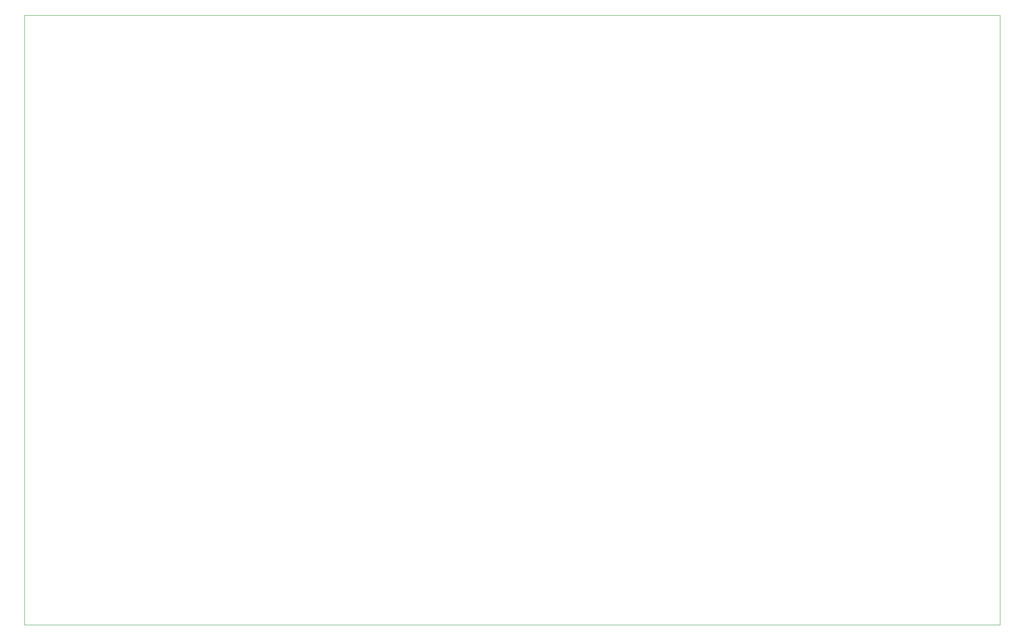
<source format=gko>
G75*
G70*
%OFA0B0*%
%FSLAX24Y24*%
%IPPOS*%
%LPD*%
%AMOC8*
5,1,8,0,0,1.08239X$1,22.5*
%
%ADD10C,0.0000*%
D10*
X001225Y000150D02*
X001225Y050875D01*
X082350Y050875D01*
X082350Y000150D01*
X001225Y000150D01*
M02*

</source>
